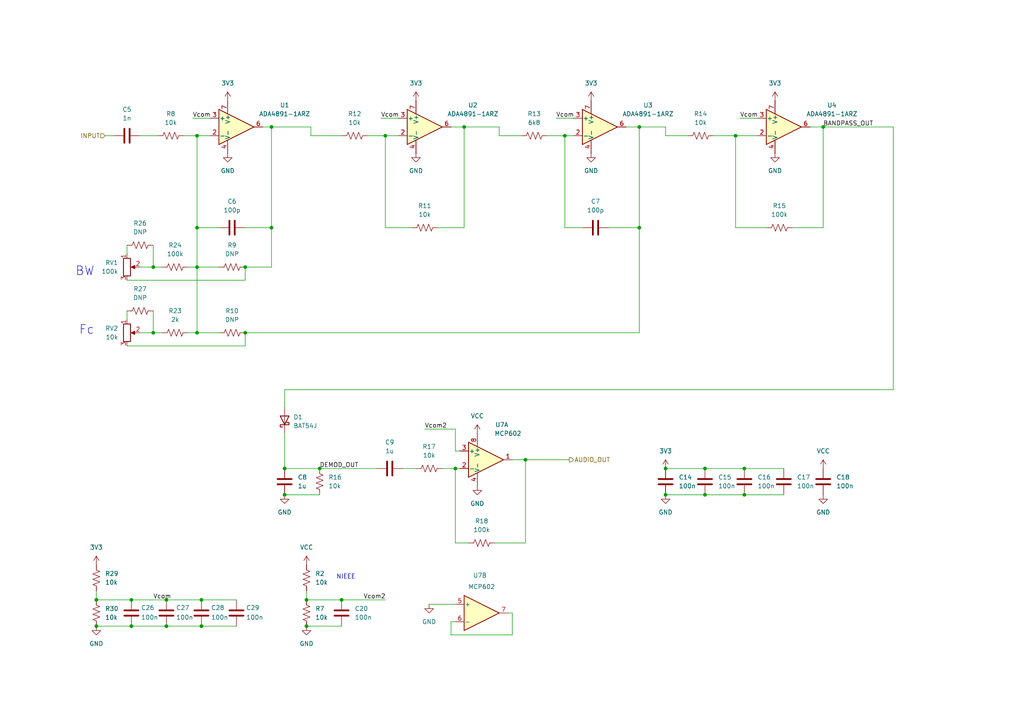
<source format=kicad_sch>
(kicad_sch (version 20231120) (generator "eeschema") (generator_version "8.0")
  (paper "A4")
  (lib_symbols
    (symbol "Amplifier_Operational:MCP602" (pin_names (offset 0.127))
      (property "Reference" "U" (at 0 5.08 0))
      (property "Value" "MCP602" (at 0 -5.08 0))
      (symbol "MCP602_1_1"
        (polyline (pts (xy -5.08 5.08) (xy 5.08 0) (xy -5.08 -5.08) (xy -5.08 5.08)) (stroke (width 0.254)) (fill (type background)))
        (pin output line (at 7.62 0 180) (length 2.54) (name "~") (number "1"))
        (pin input line (at -7.62 -2.54 0) (length 2.54) (name "-") (number "2"))
        (pin input line (at -7.62 2.54 0) (length 2.54) (name "+") (number "3"))
      )
      (symbol "MCP602_2_1"
        (polyline (pts (xy -5.08 5.08) (xy 5.08 0) (xy -5.08 -5.08) (xy -5.08 5.08)) (stroke (width 0.254)) (fill (type background)))
        (pin input line (at -7.62 2.54 0) (length 2.54) (name "+") (number "5"))
        (pin input line (at -7.62 -2.54 0) (length 2.54) (name "-") (number "6"))
        (pin output line (at 7.62 0 180) (length 2.54) (name "~") (number "7"))
      )
      (symbol "MCP602_3_1"
        (pin power_in line (at -2.54 -7.62 90) (length 3.81) (name "V-") (number "4"))
        (pin power_in line (at -2.54 7.62 270) (length 3.81) (name "V+") (number "8"))
      )
    )
    (symbol "Device:C" (pin_numbers hide) (pin_names (offset 0.254))
      (property "Reference" "C" (at 0.635 2.54 0))
      (property "Value" "C" (at 0.635 -2.54 0))
      (symbol "C_0_1"
        (polyline (pts (xy -2.032 -0.762) (xy 2.032 -0.762)) (stroke (width 0.508)))
        (polyline (pts (xy -2.032 0.762) (xy 2.032 0.762)) (stroke (width 0.508)))
      )
      (symbol "C_1_1"
        (pin passive line (at 0 3.81 270) (length 2.794) (name "~") (number "1"))
        (pin passive line (at 0 -3.81 90) (length 2.794) (name "~") (number "2"))
      )
    )
    (symbol "Device:R_Potentiometer" (pin_names (offset 1.016) hide)
      (property "Reference" "RV" (at -4.445 0 90))
      (property "Value" "R_Potentiometer" (at -2.54 0 90))
      (symbol "R_Potentiometer_0_1"
        (polyline (pts (xy 2.54 0) (xy 1.524 0)))
        (polyline (pts (xy 1.143 0) (xy 2.286 0.508) (xy 2.286 -0.508) (xy 1.143 0)) (fill (type outline)))
        (rectangle (start 1.016 2.54) (end -1.016 -2.54) (stroke (width 0.254)))
      )
      (symbol "R_Potentiometer_1_1"
        (pin passive line (at 0 3.81 270) (length 1.27) (name "1") (number "1"))
        (pin passive line (at 3.81 0 180) (length 1.27) (name "2") (number "2"))
        (pin passive line (at 0 -3.81 90) (length 1.27) (name "3") (number "3"))
      )
    )
    (symbol "Device:R_US" (pin_numbers hide) (pin_names (offset 0))
      (property "Reference" "R" (at 2.54 0 90))
      (property "Value" "R_US" (at -2.54 0 90))
      (symbol "R_US_0_1"
        (polyline (pts (xy 0 -2.286) (xy 0 -2.54)))
        (polyline (pts (xy 0 2.286) (xy 0 2.54)))
        (polyline (pts (xy 0 -0.762) (xy 1.016 -1.143) (xy 0 -1.524) (xy -1.016 -1.905) (xy 0 -2.286)))
        (polyline (pts (xy 0 0.762) (xy 1.016 0.381) (xy 0 0) (xy -1.016 -0.381) (xy 0 -0.762)))
        (polyline (pts (xy 0 2.286) (xy 1.016 1.905) (xy 0 1.524) (xy -1.016 1.143) (xy 0 0.762)))
      )
      (symbol "R_US_1_1"
        (pin passive line (at 0 3.81 270) (length 1.27) (name "~") (number "1"))
        (pin passive line (at 0 -3.81 90) (length 1.27) (name "~") (number "2"))
      )
    )
    (symbol "Diode:BAT54J" (pin_numbers hide) (pin_names (offset 1.016) hide)
      (property "Reference" "D" (at 0 2.54 0))
      (property "Value" "BAT54J" (at 0 -2.54 0))
      (symbol "BAT54J_0_1"
        (polyline (pts (xy 1.27 0) (xy -1.27 0)))
        (polyline (pts (xy 1.27 1.27) (xy 1.27 -1.27) (xy -1.27 0) (xy 1.27 1.27)) (stroke (width 0.254)))
        (polyline (pts (xy -1.905 0.635) (xy -1.905 1.27) (xy -1.27 1.27) (xy -1.27 -1.27) (xy -0.635 -1.27) (xy -0.635 -0.635)) (stroke (width 0.254)))
      )
      (symbol "BAT54J_1_1"
        (pin passive line (at -3.81 0 0) (length 2.54) (name "K") (number "1"))
        (pin passive line (at 3.81 0 180) (length 2.54) (name "A") (number "2"))
      )
    )
    (symbol "New_Library:ADA4891-1ARZ" (pin_names (offset 0.127))
      (property "Reference" "U" (at 3.81 3.81 0))
      (property "Value" "ADA4891-1ARZ" (at 11.43 -2.54 0))
      (symbol "ADA4891-1ARZ_1_1"
        (polyline (pts (xy -5.08 5.08) (xy 5.08 0) (xy -5.08 -5.08) (xy -5.08 5.08)) (stroke (width 0.254)) (fill (type background)))
        (pin input line (at -7.62 -2.54 0) (length 2.54) (name "-") (number "2"))
        (pin input line (at -7.62 2.54 0) (length 2.54) (name "+") (number "3"))
        (pin power_in line (at -2.54 -7.62 90) (length 3.81) (name "V-") (number "4"))
        (pin output line (at 7.62 0 180) (length 2.54) (name "~") (number "6"))
        (pin power_in line (at -2.54 7.62 270) (length 3.81) (name "V+") (number "7"))
      )
    )
    (symbol "power:GND" (power) (pin_numbers hide) (pin_names (offset 0) hide)
      (property "Value" "GND" (at 0 -3.81 0))
      (symbol "GND_0_1"
        (polyline (pts (xy 0 0) (xy 0 -1.27) (xy 1.27 -1.27) (xy 0 -2.54) (xy -1.27 -1.27) (xy 0 -1.27)))
      )
      (symbol "GND_1_1"
        (pin power_in line (at 0 0 270) (length 0) (name "~") (number "1"))
      )
    )
    (symbol "power:VCC" (power) (pin_numbers hide) (pin_names (offset 0) hide)
      (property "Value" "VCC" (at 0 3.556 0))
      (symbol "VCC_0_1"
        (polyline (pts (xy -0.762 1.27) (xy 0 2.54)))
        (polyline (pts (xy 0 0) (xy 0 2.54)))
        (polyline (pts (xy 0 2.54) (xy 0.762 1.27)))
      )
      (symbol "VCC_1_1"
        (pin power_in line (at 0 0 90) (length 0) (name "~") (number "1"))
      )
    )
  )
  (junction (at 215.9 135.89))
  (junction (at 71.12 96.52))
  (junction (at 58.42 181.61))
  (junction (at 57.15 39.37))
  (junction (at 58.42 173.99))
  (junction (at 215.9 143.51))
  (junction (at 82.55 143.51))
  (junction (at 48.26 181.61))
  (junction (at 71.12 77.47))
  (junction (at 132.08 135.89))
  (junction (at 99.06 173.99))
  (junction (at 44.45 96.52))
  (junction (at 111.76 39.37))
  (junction (at 238.76 36.83))
  (junction (at 193.04 135.89))
  (junction (at 88.9 173.99))
  (junction (at 204.47 135.89))
  (junction (at 213.36 39.37))
  (junction (at 57.15 77.47))
  (junction (at 78.74 66.04))
  (junction (at 38.1 181.61))
  (junction (at 88.9 181.61))
  (junction (at 193.04 143.51))
  (junction (at 185.42 66.04))
  (junction (at 78.74 36.83))
  (junction (at 204.47 143.51))
  (junction (at 134.62 36.83))
  (junction (at 57.15 96.52))
  (junction (at 27.94 173.99))
  (junction (at 38.1 173.99))
  (junction (at 163.83 39.37))
  (junction (at 152.4 133.35))
  (junction (at 82.55 135.89))
  (junction (at 185.42 36.83))
  (junction (at 48.26 173.99))
  (junction (at 57.15 66.04))
  (junction (at 44.45 77.47))
  (junction (at 27.94 181.61))
  (junction (at 92.71 135.89))
  (wire (pts (xy 36.83 71.12) (xy 36.83 73.66)))
  (wire (pts (xy 176.53 66.04) (xy 185.42 66.04)))
  (wire (pts (xy 71.12 77.47) (xy 78.74 77.47)))
  (wire (pts (xy 71.12 77.47) (xy 71.12 81.28)))
  (wire (pts (xy 30.48 39.37) (xy 33.02 39.37)))
  (wire (pts (xy 148.59 177.8) (xy 148.59 184.15)))
  (wire (pts (xy 44.45 96.52) (xy 46.99 96.52)))
  (wire (pts (xy 55.88 34.29) (xy 60.96 34.29)))
  (wire (pts (xy 152.4 157.48) (xy 152.4 133.35)))
  (wire (pts (xy 48.26 173.99) (xy 58.42 173.99)))
  (wire (pts (xy 44.45 77.47) (xy 46.99 77.47)))
  (wire (pts (xy 163.83 39.37) (xy 163.83 66.04)))
  (wire (pts (xy 185.42 66.04) (xy 185.42 96.52)))
  (wire (pts (xy 88.9 171.45) (xy 88.9 173.99)))
  (wire (pts (xy 36.83 90.17) (xy 36.83 92.71)))
  (wire (pts (xy 53.34 39.37) (xy 57.15 39.37)))
  (wire (pts (xy 123.19 124.46) (xy 132.08 124.46)))
  (wire (pts (xy 215.9 135.89) (xy 227.33 135.89)))
  (wire (pts (xy 82.55 118.11) (xy 82.55 113.03)))
  (wire (pts (xy 63.5 96.52) (xy 57.15 96.52)))
  (wire (pts (xy 57.15 39.37) (xy 60.96 39.37)))
  (wire (pts (xy 78.74 77.47) (xy 78.74 66.04)))
  (wire (pts (xy 57.15 77.47) (xy 63.5 77.47)))
  (wire (pts (xy 144.78 36.83) (xy 134.62 36.83)))
  (wire (pts (xy 185.42 66.04) (xy 185.42 36.83)))
  (wire (pts (xy 57.15 77.47) (xy 57.15 96.52)))
  (wire (pts (xy 151.13 39.37) (xy 144.78 39.37)))
  (wire (pts (xy 134.62 36.83) (xy 130.81 36.83)))
  (wire (pts (xy 130.81 184.15) (xy 130.81 180.34)))
  (wire (pts (xy 110.49 34.29) (xy 115.57 34.29)))
  (wire (pts (xy 82.55 125.73) (xy 82.55 135.89)))
  (wire (pts (xy 234.95 36.83) (xy 238.76 36.83)))
  (wire (pts (xy 229.87 66.04) (xy 238.76 66.04)))
  (wire (pts (xy 132.08 124.46) (xy 132.08 130.81)))
  (wire (pts (xy 99.06 173.99) (xy 111.76 173.99)))
  (wire (pts (xy 143.51 157.48) (xy 152.4 157.48)))
  (wire (pts (xy 82.55 135.89) (xy 92.71 135.89)))
  (wire (pts (xy 78.74 36.83) (xy 90.17 36.83)))
  (wire (pts (xy 132.08 135.89) (xy 132.08 157.48)))
  (wire (pts (xy 82.55 143.51) (xy 92.71 143.51)))
  (wire (pts (xy 54.61 77.47) (xy 57.15 77.47)))
  (wire (pts (xy 90.17 39.37) (xy 99.06 39.37)))
  (wire (pts (xy 106.68 39.37) (xy 111.76 39.37)))
  (wire (pts (xy 148.59 177.8) (xy 147.32 177.8)))
  (wire (pts (xy 204.47 135.89) (xy 215.9 135.89)))
  (wire (pts (xy 71.12 66.04) (xy 78.74 66.04)))
  (wire (pts (xy 27.94 173.99) (xy 38.1 173.99)))
  (wire (pts (xy 40.64 39.37) (xy 45.72 39.37)))
  (wire (pts (xy 88.9 173.99) (xy 99.06 173.99)))
  (wire (pts (xy 116.84 135.89) (xy 120.65 135.89)))
  (wire (pts (xy 90.17 36.83) (xy 90.17 39.37)))
  (wire (pts (xy 135.89 157.48) (xy 132.08 157.48)))
  (wire (pts (xy 215.9 143.51) (xy 227.33 143.51)))
  (wire (pts (xy 38.1 181.61) (xy 48.26 181.61)))
  (wire (pts (xy 27.94 181.61) (xy 38.1 181.61)))
  (wire (pts (xy 57.15 66.04) (xy 57.15 39.37)))
  (wire (pts (xy 238.76 36.83) (xy 238.76 66.04)))
  (wire (pts (xy 36.83 81.28) (xy 71.12 81.28)))
  (wire (pts (xy 161.29 34.29) (xy 166.37 34.29)))
  (wire (pts (xy 40.64 77.47) (xy 44.45 77.47)))
  (wire (pts (xy 193.04 143.51) (xy 204.47 143.51)))
  (wire (pts (xy 58.42 173.99) (xy 68.58 173.99)))
  (wire (pts (xy 185.42 96.52) (xy 71.12 96.52)))
  (wire (pts (xy 124.46 175.26) (xy 132.08 175.26)))
  (wire (pts (xy 168.91 66.04) (xy 163.83 66.04)))
  (wire (pts (xy 144.78 39.37) (xy 144.78 36.83)))
  (wire (pts (xy 214.63 34.29) (xy 219.71 34.29)))
  (wire (pts (xy 36.83 100.33) (xy 71.12 100.33)))
  (wire (pts (xy 44.45 71.12) (xy 44.45 77.47)))
  (wire (pts (xy 199.39 39.37) (xy 193.04 39.37)))
  (wire (pts (xy 44.45 90.17) (xy 44.45 96.52)))
  (wire (pts (xy 27.94 171.45) (xy 27.94 173.99)))
  (wire (pts (xy 82.55 113.03) (xy 259.08 113.03)))
  (wire (pts (xy 238.76 36.83) (xy 259.08 36.83)))
  (wire (pts (xy 134.62 66.04) (xy 134.62 36.83)))
  (wire (pts (xy 185.42 36.83) (xy 181.61 36.83)))
  (wire (pts (xy 163.83 39.37) (xy 166.37 39.37)))
  (wire (pts (xy 132.08 130.81) (xy 133.35 130.81)))
  (wire (pts (xy 58.42 181.61) (xy 68.58 181.61)))
  (wire (pts (xy 78.74 66.04) (xy 78.74 36.83)))
  (wire (pts (xy 111.76 39.37) (xy 111.76 66.04)))
  (wire (pts (xy 127 66.04) (xy 134.62 66.04)))
  (wire (pts (xy 148.59 184.15) (xy 130.81 184.15)))
  (wire (pts (xy 152.4 133.35) (xy 148.59 133.35)))
  (wire (pts (xy 204.47 143.51) (xy 215.9 143.51)))
  (wire (pts (xy 78.74 36.83) (xy 76.2 36.83)))
  (wire (pts (xy 57.15 77.47) (xy 57.15 66.04)))
  (wire (pts (xy 88.9 181.61) (xy 99.06 181.61)))
  (wire (pts (xy 38.1 173.99) (xy 48.26 173.99)))
  (wire (pts (xy 57.15 66.04) (xy 63.5 66.04)))
  (wire (pts (xy 259.08 36.83) (xy 259.08 113.03)))
  (wire (pts (xy 213.36 39.37) (xy 219.71 39.37)))
  (wire (pts (xy 132.08 135.89) (xy 133.35 135.89)))
  (wire (pts (xy 207.01 39.37) (xy 213.36 39.37)))
  (wire (pts (xy 193.04 39.37) (xy 193.04 36.83)))
  (wire (pts (xy 222.25 66.04) (xy 213.36 66.04)))
  (wire (pts (xy 130.81 180.34) (xy 132.08 180.34)))
  (wire (pts (xy 158.75 39.37) (xy 163.83 39.37)))
  (wire (pts (xy 111.76 39.37) (xy 115.57 39.37)))
  (wire (pts (xy 193.04 36.83) (xy 185.42 36.83)))
  (wire (pts (xy 71.12 100.33) (xy 71.12 96.52)))
  (wire (pts (xy 193.04 135.89) (xy 204.47 135.89)))
  (wire (pts (xy 128.27 135.89) (xy 132.08 135.89)))
  (wire (pts (xy 40.64 96.52) (xy 44.45 96.52)))
  (wire (pts (xy 92.71 135.89) (xy 109.22 135.89)))
  (wire (pts (xy 111.76 66.04) (xy 119.38 66.04)))
  (wire (pts (xy 213.36 66.04) (xy 213.36 39.37)))
  (wire (pts (xy 48.26 181.61) (xy 58.42 181.61)))
  (wire (pts (xy 152.4 133.35) (xy 165.1 133.35)))
  (wire (pts (xy 54.61 96.52) (xy 57.15 96.52)))
  (text "BW" (at 24.638 78.74 0) (effects (font (size 2.54 2.54))))
  (text "Fc" (at 25.146 95.758 0) (effects (font (size 2.54 2.54))))
  (text "NIEEE" (at 100.33 167.386 0) (effects (font (size 1.27 1.27))))
  (label "Vcom" (at 161.29 34.29 0))
  (label "BANDPASS_OUT" (at 238.76 36.83 0))
  (label "Vcom2" (at 105.41 173.99 0))
  (label "Vcom" (at 44.45 173.99 0))
  (label "Vcom" (at 55.88 34.29 0))
  (label "Vcom" (at 110.49 34.29 0))
  (label "DEMOD_OUT" (at 92.71 135.89 0))
  (label "Vcom" (at 214.63 34.29 0))
  (label "Vcom2" (at 123.19 124.46 0))
  (hierarchical_label "AUDIO_OUT" (shape output) (at 165.1 133.35 0))
  (hierarchical_label "INPUT" (shape input) (at 30.48 39.37 180))
  (symbol (lib_id "power:GND") (at 238.76 143.51 0) (unit 1)
    (property "Reference" "#PWR043" (effects (hide yes)))
    (property "Value" "GND" (at 238.76 148.59 0))
    (property "Description" "Power symbol creates a global label with name \"GND\" , ground" (effects (hide yes)))
  )
  (symbol (lib_id "Device:C") (at 113.03 135.89 90) (unit 1)
    (property "Reference" "C9" (at 113.03 128.27 90))
    (property "Value" "1u" (at 113.03 130.81 90))
    (property "Footprint" "Capacitor_SMD:C_0603_1608Metric_Pad1.08x0.95mm_HandSolder" (effects (hide yes)))
    (property "Description" "Unpolarized capacitor" (effects (hide yes)))
  )
  (symbol (lib_id "Device:R_US") (at 226.06 66.04 90) (unit 1)
    (property "Reference" "R15" (at 226.06 59.69 90))
    (property "Value" "100k" (at 226.06 62.23 90))
    (property "Footprint" "Resistor_SMD:R_0603_1608Metric_Pad0.98x0.95mm_HandSolder" (effects (hide yes)))
    (property "Description" "Resistor, US symbol" (effects (hide yes)))
  )
  (symbol (lib_id "power:VCC") (at 138.43 125.73 0) (unit 1)
    (property "Reference" "#PWR023" (effects (hide yes)))
    (property "Value" "VCC" (at 138.43 120.65 0))
    (property "Description" "Power symbol creates a global label with name \"VCC\"" (effects (hide yes)))
  )
  (symbol (lib_id "Device:R_US") (at 154.94 39.37 90) (unit 1)
    (property "Reference" "R13" (at 154.94 33.02 90))
    (property "Value" "6k8" (at 154.94 35.56 90))
    (property "Footprint" "Resistor_SMD:R_0603_1608Metric_Pad0.98x0.95mm_HandSolder" (effects (hide yes)))
    (property "Description" "Resistor, US symbol" (effects (hide yes)))
  )
  (symbol (lib_id "power:VCC") (at 171.45 29.21 0) (unit 1)
    (property "Reference" "#PWR021" (effects (hide yes)))
    (property "Value" "3V3" (at 171.45 24.13 0))
    (property "Description" "Power symbol creates a global label with name \"VCC\"" (effects (hide yes)))
  )
  (symbol (lib_id "power:VCC") (at 66.04 29.21 0) (unit 1)
    (property "Reference" "#PWR019" (effects (hide yes)))
    (property "Value" "3V3" (at 66.04 24.13 0))
    (property "Description" "Power symbol creates a global label with name \"VCC\"" (effects (hide yes)))
  )
  (symbol (lib_id "Device:C") (at 172.72 66.04 90) (unit 1)
    (property "Reference" "C7" (at 172.72 58.42 90))
    (property "Value" "100p" (at 172.72 60.96 90))
    (property "Footprint" "Capacitor_SMD:C_0603_1608Metric_Pad1.08x0.95mm_HandSolder" (effects (hide yes)))
    (property "Description" "Unpolarized capacitor" (effects (hide yes)))
  )
  (symbol (lib_id "New_Library:ADA4891-1ARZ") (at 68.58 36.83 0) (unit 1)
    (property "Reference" "U1" (at 82.55 30.5114 0))
    (property "Value" "ADA4891-1ARZ" (at 82.55 33.0514 0))
    (property "Footprint" "Package_SO:SOIC-8_3.9x4.9mm_P1.27mm" (effects (hide yes)))
    (property "Datasheet" "https://www.tme.eu/Document/ffb5fb83dd5d7a005b002c184a70dd92/ADA4891-1-2-3-4.pdf" (effects (hide yes)))
    (property "Description" "Low Cost CMOS, High Speed, Rail-to-Rail Amplifier, Ch1, SOIC-8" (effects (hide yes)))
  )
  (symbol (lib_id "Device:R_US") (at 49.53 39.37 90) (unit 1)
    (property "Reference" "R8" (at 49.53 33.02 90))
    (property "Value" "10k" (at 49.53 35.56 90))
    (property "Footprint" "Resistor_SMD:R_0603_1608Metric_Pad0.98x0.95mm_HandSolder" (effects (hide yes)))
    (property "Description" "Resistor, US symbol" (effects (hide yes)))
  )
  (symbol (lib_id "Device:C") (at 68.58 177.8 180) (unit 1)
    (property "Reference" "C29" (at 71.374 176.276 0) (effects (justify right)))
    (property "Value" "100n" (at 71.374 179.07 0) (effects (justify right)))
    (property "Footprint" "Capacitor_SMD:C_0603_1608Metric_Pad1.08x0.95mm_HandSolder" (effects (hide yes)))
    (property "Description" "Unpolarized capacitor" (effects (hide yes)))
  )
  (symbol (lib_id "Device:R_US") (at 124.46 135.89 90) (unit 1)
    (property "Reference" "R17" (at 124.46 129.54 90))
    (property "Value" "10k" (at 124.46 132.08 90))
    (property "Footprint" "Resistor_SMD:R_0603_1608Metric_Pad0.98x0.95mm_HandSolder" (effects (hide yes)))
    (property "Description" "Resistor, US symbol" (effects (hide yes)))
  )
  (symbol (lib_id "Device:C") (at 58.42 177.8 180) (unit 1)
    (property "Reference" "C28" (at 61.214 176.276 0) (effects (justify right)))
    (property "Value" "100n" (at 61.214 179.07 0) (effects (justify right)))
    (property "Footprint" "Capacitor_SMD:C_0603_1608Metric_Pad1.08x0.95mm_HandSolder" (effects (hide yes)))
    (property "Description" "Unpolarized capacitor" (effects (hide yes)))
  )
  (symbol (lib_id "Amplifier_Operational:MCP602") (at 139.7 177.8 0) (unit 2)
    (property "Reference" "U7" (at 139.192 166.878 0))
    (property "Value" "MCP602" (at 139.7 170.18 0))
    (property "Footprint" "Package_SO:SOIC-8_3.9x4.9mm_P1.27mm" (effects (hide yes)))
    (property "Datasheet" "http://ww1.microchip.com/downloads/en/DeviceDoc/21314g.pdf" (effects (hide yes)))
    (property "Description" "Dual 2.7V to 6.0V Single Supply CMOS Op Amps, DIP-8/SOIC-8/TSSOP-8" (effects (hide yes)))
  )
  (symbol (lib_id "power:VCC") (at 27.94 163.83 0) (unit 1)
    (property "Reference" "#PWR044" (effects (hide yes)))
    (property "Value" "3V3" (at 27.94 158.75 0))
    (property "Description" "Power symbol creates a global label with name \"VCC\"" (effects (hide yes)))
  )
  (symbol (lib_id "Device:C") (at 48.26 177.8 180) (unit 1)
    (property "Reference" "C27" (at 51.054 176.276 0) (effects (justify right)))
    (property "Value" "100n" (at 51.054 179.07 0) (effects (justify right)))
    (property "Footprint" "Capacitor_SMD:C_0603_1608Metric_Pad1.08x0.95mm_HandSolder" (effects (hide yes)))
    (property "Description" "Unpolarized capacitor" (effects (hide yes)))
  )
  (symbol (lib_id "Device:R_US") (at 102.87 39.37 90) (unit 1)
    (property "Reference" "R12" (at 102.87 33.02 90))
    (property "Value" "10k" (at 102.87 35.56 90))
    (property "Footprint" "Resistor_SMD:R_0603_1608Metric_Pad0.98x0.95mm_HandSolder" (effects (hide yes)))
    (property "Description" "Resistor, US symbol" (effects (hide yes)))
  )
  (symbol (lib_id "New_Library:ADA4891-1ARZ") (at 173.99 36.83 0) (unit 1)
    (property "Reference" "U3" (at 187.96 30.5114 0))
    (property "Value" "ADA4891-1ARZ" (at 187.96 33.0514 0))
    (property "Footprint" "Package_SO:SOIC-8_3.9x4.9mm_P1.27mm" (effects (hide yes)))
    (property "Datasheet" "https://www.tme.eu/Document/ffb5fb83dd5d7a005b002c184a70dd92/ADA4891-1-2-3-4.pdf" (effects (hide yes)))
    (property "Description" "Low Cost CMOS, High Speed, Rail-to-Rail Amplifier, Ch1, SOIC-8" (effects (hide yes)))
  )
  (symbol (lib_id "Device:R_US") (at 27.94 167.64 180) (unit 1)
    (property "Reference" "R29" (at 30.48 166.3699 0) (effects (justify right)))
    (property "Value" "10k" (at 30.48 168.9099 0) (effects (justify right)))
    (property "Footprint" "Resistor_SMD:R_0603_1608Metric_Pad0.98x0.95mm_HandSolder" (effects (hide yes)))
    (property "Description" "Resistor, US symbol" (effects (hide yes)))
  )
  (symbol (lib_id "Amplifier_Operational:MCP602") (at 140.97 133.35 0) (unit 3)
    (property "Reference" "U7" (effects (hide yes)))
    (property "Value" "MCP602" (effects (hide yes)))
    (property "Footprint" "Package_SO:SOIC-8_3.9x4.9mm_P1.27mm" (effects (hide yes)))
    (property "Datasheet" "http://ww1.microchip.com/downloads/en/DeviceDoc/21314g.pdf" (effects (hide yes)))
    (property "Description" "Dual 2.7V to 6.0V Single Supply CMOS Op Amps, DIP-8/SOIC-8/TSSOP-8" (effects (hide yes)))
  )
  (symbol (lib_id "power:GND") (at 66.04 44.45 0) (unit 1)
    (property "Reference" "#PWR07" (effects (hide yes)))
    (property "Value" "GND" (at 66.04 49.53 0))
    (property "Description" "Power symbol creates a global label with name \"GND\" , ground" (effects (hide yes)))
  )
  (symbol (lib_id "Device:R_US") (at 50.8 77.47 90) (unit 1)
    (property "Reference" "R24" (at 50.8 71.12 90))
    (property "Value" "100k" (at 50.8 73.66 90))
    (property "Footprint" "Resistor_SMD:R_0603_1608Metric_Pad0.98x0.95mm_HandSolder" (effects (hide yes)))
    (property "Description" "Resistor, US symbol" (effects (hide yes)))
  )
  (symbol (lib_id "New_Library:ADA4891-1ARZ") (at 227.33 36.83 0) (unit 1)
    (property "Reference" "U4" (at 241.3 30.5114 0))
    (property "Value" "ADA4891-1ARZ" (at 241.3 33.0514 0))
    (property "Footprint" "Package_SO:SOIC-8_3.9x4.9mm_P1.27mm" (effects (hide yes)))
    (property "Datasheet" "https://www.tme.eu/Document/ffb5fb83dd5d7a005b002c184a70dd92/ADA4891-1-2-3-4.pdf" (effects (hide yes)))
    (property "Description" "Low Cost CMOS, High Speed, Rail-to-Rail Amplifier, Ch1, SOIC-8" (effects (hide yes)))
  )
  (symbol (lib_id "power:GND") (at 120.65 44.45 0) (unit 1)
    (property "Reference" "#PWR08" (effects (hide yes)))
    (property "Value" "GND" (at 120.65 49.53 0))
    (property "Description" "Power symbol creates a global label with name \"GND\" , ground" (effects (hide yes)))
  )
  (symbol (lib_id "power:VCC") (at 120.65 29.21 0) (unit 1)
    (property "Reference" "#PWR020" (effects (hide yes)))
    (property "Value" "3V3" (at 120.65 24.13 0))
    (property "Description" "Power symbol creates a global label with name \"VCC\"" (effects (hide yes)))
  )
  (symbol (lib_id "Device:R_US") (at 27.94 177.8 180) (unit 1)
    (property "Reference" "R30" (at 30.48 176.5299 0) (effects (justify right)))
    (property "Value" "10k" (at 30.48 179.0699 0) (effects (justify right)))
    (property "Footprint" "Resistor_SMD:R_0603_1608Metric_Pad0.98x0.95mm_HandSolder" (effects (hide yes)))
    (property "Description" "Resistor, US symbol" (effects (hide yes)))
  )
  (symbol (lib_id "power:VCC") (at 224.79 29.21 0) (unit 1)
    (property "Reference" "#PWR022" (effects (hide yes)))
    (property "Value" "3V3" (at 224.79 24.13 0))
    (property "Description" "Power symbol creates a global label with name \"VCC\"" (effects (hide yes)))
  )
  (symbol (lib_id "power:GND") (at 88.9 181.61 0) (unit 1)
    (property "Reference" "#PWR031" (effects (hide yes)))
    (property "Value" "GND" (at 88.9 186.69 0))
    (property "Description" "Power symbol creates a global label with name \"GND\" , ground" (effects (hide yes)))
  )
  (symbol (lib_id "power:VCC") (at 193.04 135.89 0) (unit 1)
    (property "Reference" "#PWR024" (effects (hide yes)))
    (property "Value" "3V3" (at 193.04 130.81 0))
    (property "Description" "Power symbol creates a global label with name \"VCC\"" (effects (hide yes)))
  )
  (symbol (lib_id "power:GND") (at 171.45 44.45 0) (unit 1)
    (property "Reference" "#PWR09" (effects (hide yes)))
    (property "Value" "GND" (at 171.45 49.53 0))
    (property "Description" "Power symbol creates a global label with name \"GND\" , ground" (effects (hide yes)))
  )
  (symbol (lib_id "Device:R_US") (at 67.31 96.52 90) (unit 1)
    (property "Reference" "R10" (at 67.31 90.17 90))
    (property "Value" "DNP" (at 67.31 92.71 90))
    (property "Footprint" "Resistor_SMD:R_0603_1608Metric_Pad0.98x0.95mm_HandSolder" (effects (hide yes)))
    (property "Description" "Resistor, US symbol" (effects (hide yes)))
  )
  (symbol (lib_id "Device:C") (at 99.06 177.8 180) (unit 1)
    (property "Reference" "C20" (at 102.87 176.5299 0) (effects (justify right)))
    (property "Value" "100n" (at 102.87 179.0699 0) (effects (justify right)))
    (property "Footprint" "Capacitor_SMD:C_0603_1608Metric_Pad1.08x0.95mm_HandSolder" (effects (hide yes)))
    (property "Description" "Unpolarized capacitor" (effects (hide yes)))
  )
  (symbol (lib_id "Device:R_US") (at 92.71 139.7 180) (unit 1)
    (property "Reference" "R16" (at 95.25 138.4299 0) (effects (justify right)))
    (property "Value" "10k" (at 95.25 140.9699 0) (effects (justify right)))
    (property "Footprint" "Resistor_SMD:R_0603_1608Metric_Pad0.98x0.95mm_HandSolder" (effects (hide yes)))
    (property "Description" "Resistor, US symbol" (effects (hide yes)))
  )
  (symbol (lib_id "Device:C") (at 238.76 139.7 180) (unit 1)
    (property "Reference" "C18" (at 242.57 138.4299 0) (effects (justify right)))
    (property "Value" "100n" (at 242.57 140.9699 0) (effects (justify right)))
    (property "Footprint" "Capacitor_SMD:C_0603_1608Metric_Pad1.08x0.95mm_HandSolder" (effects (hide yes)))
    (property "Description" "Unpolarized capacitor" (effects (hide yes)))
  )
  (symbol (lib_id "Device:C") (at 67.31 66.04 90) (unit 1)
    (property "Reference" "C6" (at 67.31 58.42 90))
    (property "Value" "100p" (at 67.31 60.96 90))
    (property "Footprint" "Capacitor_SMD:C_0603_1608Metric_Pad1.08x0.95mm_HandSolder" (effects (hide yes)))
    (property "Description" "Unpolarized capacitor" (effects (hide yes)))
  )
  (symbol (lib_id "Device:C") (at 227.33 139.7 180) (unit 1)
    (property "Reference" "C17" (at 231.14 138.4299 0) (effects (justify right)))
    (property "Value" "100n" (at 231.14 140.9699 0) (effects (justify right)))
    (property "Footprint" "Capacitor_SMD:C_0603_1608Metric_Pad1.08x0.95mm_HandSolder" (effects (hide yes)))
    (property "Description" "Unpolarized capacitor" (effects (hide yes)))
  )
  (symbol (lib_id "power:VCC") (at 238.76 135.89 0) (unit 1)
    (property "Reference" "#PWR042" (effects (hide yes)))
    (property "Value" "VCC" (at 238.76 130.81 0))
    (property "Description" "Power symbol creates a global label with name \"VCC\"" (effects (hide yes)))
  )
  (symbol (lib_id "power:VCC") (at 88.9 163.83 0) (unit 1)
    (property "Reference" "#PWR032" (effects (hide yes)))
    (property "Value" "VCC" (at 88.9 158.75 0))
    (property "Description" "Power symbol creates a global label with name \"VCC\"" (effects (hide yes)))
  )
  (symbol (lib_id "Diode:BAT54J") (at 82.55 121.92 90) (unit 1)
    (property "Reference" "D1" (at 85.09 120.9674 90) (effects (justify right)))
    (property "Value" "BAT54J" (at 85.09 123.5074 90) (effects (justify right)))
    (property "Footprint" "Diode_SMD:D_SOD-323F" (effects (hide yes)))
    (property "Datasheet" "https://assets.nexperia.com/documents/data-sheet/BAT54J.pdf" (effects (hide yes)))
    (property "Description" "30V 200mA Schottky diode, SOD-323F" (effects (hide yes)))
  )
  (symbol (lib_id "power:GND") (at 224.79 44.45 0) (unit 1)
    (property "Reference" "#PWR010" (effects (hide yes)))
    (property "Value" "GND" (at 224.79 49.53 0))
    (property "Description" "Power symbol creates a global label with name \"GND\" , ground" (effects (hide yes)))
  )
  (symbol (lib_id "Device:C") (at 82.55 139.7 180) (unit 1)
    (property "Reference" "C8" (at 86.36 138.4299 0) (effects (justify right)))
    (property "Value" "1u" (at 86.36 140.9699 0) (effects (justify right)))
    (property "Footprint" "Capacitor_SMD:C_0603_1608Metric_Pad1.08x0.95mm_HandSolder" (effects (hide yes)))
    (property "Description" "Unpolarized capacitor" (effects (hide yes)))
  )
  (symbol (lib_id "Device:R_US") (at 67.31 77.47 90) (unit 1)
    (property "Reference" "R9" (at 67.31 71.12 90))
    (property "Value" "DNP" (at 67.31 73.66 90))
    (property "Footprint" "Resistor_SMD:R_0603_1608Metric_Pad0.98x0.95mm_HandSolder" (effects (hide yes)))
    (property "Description" "Resistor, US symbol" (effects (hide yes)))
  )
  (symbol (lib_id "power:GND") (at 82.55 143.51 0) (unit 1)
    (property "Reference" "#PWR011" (effects (hide yes)))
    (property "Value" "GND" (at 82.55 148.59 0))
    (property "Description" "Power symbol creates a global label with name \"GND\" , ground" (effects (hide yes)))
  )
  (symbol (lib_id "Device:C") (at 38.1 177.8 180) (unit 1)
    (property "Reference" "C26" (at 40.894 176.276 0) (effects (justify right)))
    (property "Value" "100n" (at 40.894 179.07 0) (effects (justify right)))
    (property "Footprint" "Capacitor_SMD:C_0603_1608Metric_Pad1.08x0.95mm_HandSolder" (effects (hide yes)))
    (property "Description" "Unpolarized capacitor" (effects (hide yes)))
  )
  (symbol (lib_id "Device:R_US") (at 123.19 66.04 90) (unit 1)
    (property "Reference" "R11" (at 123.19 59.69 90))
    (property "Value" "10k" (at 123.19 62.23 90))
    (property "Footprint" "Resistor_SMD:R_0603_1608Metric_Pad0.98x0.95mm_HandSolder" (effects (hide yes)))
    (property "Description" "Resistor, US symbol" (effects (hide yes)))
  )
  (symbol (lib_id "Device:C") (at 204.47 139.7 180) (unit 1)
    (property "Reference" "C15" (at 208.28 138.4299 0) (effects (justify right)))
    (property "Value" "100n" (at 208.28 140.9699 0) (effects (justify right)))
    (property "Footprint" "Capacitor_SMD:C_0603_1608Metric_Pad1.08x0.95mm_HandSolder" (effects (hide yes)))
    (property "Description" "Unpolarized capacitor" (effects (hide yes)))
  )
  (symbol (lib_id "Device:R_Potentiometer") (at 36.83 96.52 0) (unit 1)
    (property "Reference" "RV2" (at 34.29 95.2499 0) (effects (justify right)))
    (property "Value" "10k" (at 34.29 97.7899 0) (effects (justify right)))
    (property "Footprint" "Potentiometer_THT:Potentiometer_Alps_RK163_Single_Horizontal" (effects (hide yes)))
    (property "Description" "Potentiometer" (effects (hide yes)))
  )
  (symbol (lib_id "Device:C") (at 193.04 139.7 180) (unit 1)
    (property "Reference" "C14" (at 196.85 138.4299 0) (effects (justify right)))
    (property "Value" "100n" (at 196.85 140.9699 0) (effects (justify right)))
    (property "Footprint" "Capacitor_SMD:C_0603_1608Metric_Pad1.08x0.95mm_HandSolder" (effects (hide yes)))
    (property "Description" "Unpolarized capacitor" (effects (hide yes)))
  )
  (symbol (lib_id "Device:R_US") (at 40.64 90.17 90) (unit 1)
    (property "Reference" "R27" (at 40.64 83.82 90))
    (property "Value" "DNP" (at 40.64 86.36 90))
    (property "Footprint" "Resistor_SMD:R_0603_1608Metric_Pad0.98x0.95mm_HandSolder" (effects (hide yes)))
    (property "Description" "Resistor, US symbol" (effects (hide yes)))
  )
  (symbol (lib_id "Device:R_Potentiometer") (at 36.83 77.47 0) (unit 1)
    (property "Reference" "RV1" (at 34.29 76.1999 0) (effects (justify right)))
    (property "Value" "100k" (at 34.29 78.7399 0) (effects (justify right)))
    (property "Footprint" "Potentiometer_THT:Potentiometer_Alps_RK163_Single_Horizontal" (effects (hide yes)))
    (property "Description" "Potentiometer" (effects (hide yes)))
  )
  (symbol (lib_id "power:GND") (at 193.04 143.51 0) (unit 1)
    (property "Reference" "#PWR025" (effects (hide yes)))
    (property "Value" "GND" (at 193.04 148.59 0))
    (property "Description" "Power symbol creates a global label with name \"GND\" , ground" (effects (hide yes)))
  )
  (symbol (lib_id "Amplifier_Operational:MCP602") (at 140.97 133.35 0) (unit 1)
    (property "Reference" "U7" (at 145.542 123.19 0))
    (property "Value" "MCP602" (at 147.32 125.73 0))
    (property "Footprint" "Package_SO:SOIC-8_3.9x4.9mm_P1.27mm" (effects (hide yes)))
    (property "Datasheet" "http://ww1.microchip.com/downloads/en/DeviceDoc/21314g.pdf" (effects (hide yes)))
    (property "Description" "Dual 2.7V to 6.0V Single Supply CMOS Op Amps, DIP-8/SOIC-8/TSSOP-8" (effects (hide yes)))
  )
  (symbol (lib_id "Device:C") (at 36.83 39.37 90) (unit 1)
    (property "Reference" "C5" (at 36.83 31.75 90))
    (property "Value" "1n" (at 36.83 34.29 90))
    (property "Footprint" "Capacitor_SMD:C_0603_1608Metric_Pad1.08x0.95mm_HandSolder" (effects (hide yes)))
    (property "Description" "Unpolarized capacitor" (effects (hide yes)))
  )
  (symbol (lib_id "Device:R_US") (at 88.9 177.8 180) (unit 1)
    (property "Reference" "R7" (at 91.44 176.5299 0) (effects (justify right)))
    (property "Value" "10k" (at 91.44 179.0699 0) (effects (justify right)))
    (property "Footprint" "Resistor_SMD:R_0603_1608Metric_Pad0.98x0.95mm_HandSolder" (effects (hide yes)))
    (property "Description" "Resistor, US symbol" (effects (hide yes)))
  )
  (symbol (lib_id "Device:R_US") (at 203.2 39.37 90) (unit 1)
    (property "Reference" "R14" (at 203.2 33.02 90))
    (property "Value" "10k" (at 203.2 35.56 90))
    (property "Footprint" "Resistor_SMD:R_0603_1608Metric_Pad0.98x0.95mm_HandSolder" (effects (hide yes)))
    (property "Description" "Resistor, US symbol" (effects (hide yes)))
  )
  (symbol (lib_id "Device:R_US") (at 139.7 157.48 90) (unit 1)
    (property "Reference" "R18" (at 139.7 151.13 90))
    (property "Value" "100k" (at 139.7 153.67 90))
    (property "Footprint" "Resistor_SMD:R_0603_1608Metric_Pad0.98x0.95mm_HandSolder" (effects (hide yes)))
    (property "Description" "Resistor, US symbol" (effects (hide yes)))
  )
  (symbol (lib_id "Device:R_US") (at 88.9 167.64 180) (unit 1)
    (property "Reference" "R2" (at 91.44 166.3699 0) (effects (justify right)))
    (property "Value" "10k" (at 91.44 168.9099 0) (effects (justify right)))
    (property "Footprint" "Resistor_SMD:R_0603_1608Metric_Pad0.98x0.95mm_HandSolder" (effects (hide yes)))
    (property "Description" "Resistor, US symbol" (effects (hide yes)))
  )
  (symbol (lib_id "power:GND") (at 124.46 175.26 0) (unit 1)
    (property "Reference" "#PWR012" (effects (hide yes)))
    (property "Value" "GND" (at 124.46 180.34 0))
    (property "Description" "Power symbol creates a global label with name \"GND\" , ground" (effects (hide yes)))
  )
  (symbol (lib_id "Device:R_US") (at 40.64 71.12 90) (unit 1)
    (property "Reference" "R26" (at 40.64 64.77 90))
    (property "Value" "DNP" (at 40.64 67.31 90))
    (property "Footprint" "Resistor_SMD:R_0603_1608Metric_Pad0.98x0.95mm_HandSolder" (effects (hide yes)))
    (property "Description" "Resistor, US symbol" (effects (hide yes)))
  )
  (symbol (lib_id "power:GND") (at 138.43 140.97 0) (unit 1)
    (property "Reference" "#PWR013" (effects (hide yes)))
    (property "Value" "GND" (at 138.43 146.05 0))
    (property "Description" "Power symbol creates a global label with name \"GND\" , ground" (effects (hide yes)))
  )
  (symbol (lib_id "power:GND") (at 27.94 181.61 0) (unit 1)
    (property "Reference" "#PWR045" (effects (hide yes)))
    (property "Value" "GND" (at 27.94 186.69 0))
    (property "Description" "Power symbol creates a global label with name \"GND\" , ground" (effects (hide yes)))
  )
  (symbol (lib_id "New_Library:ADA4891-1ARZ") (at 123.19 36.83 0) (unit 1)
    (property "Reference" "U2" (at 137.16 30.5114 0))
    (property "Value" "ADA4891-1ARZ" (at 137.16 33.0514 0))
    (property "Footprint" "Package_SO:SOIC-8_3.9x4.9mm_P1.27mm" (effects (hide yes)))
    (property "Datasheet" "https://www.tme.eu/Document/ffb5fb83dd5d7a005b002c184a70dd92/ADA4891-1-2-3-4.pdf" (effects (hide yes)))
    (property "Description" "Low Cost CMOS, High Speed, Rail-to-Rail Amplifier, Ch1, SOIC-8" (effects (hide yes)))
  )
  (symbol (lib_id "Device:R_US") (at 50.8 96.52 90) (unit 1)
    (property "Reference" "R23" (at 50.8 90.17 90))
    (property "Value" "2k" (at 50.8 92.71 90))
    (property "Footprint" "Resistor_SMD:R_0603_1608Metric_Pad0.98x0.95mm_HandSolder" (effects (hide yes)))
    (property "Description" "Resistor, US symbol" (effects (hide yes)))
  )
  (symbol (lib_id "Device:C") (at 215.9 139.7 180) (unit 1)
    (property "Reference" "C16" (at 219.71 138.4299 0) (effects (justify right)))
    (property "Value" "100n" (at 219.71 140.9699 0) (effects (justify right)))
    (property "Footprint" "Capacitor_SMD:C_0603_1608Metric_Pad1.08x0.95mm_HandSolder" (effects (hide yes)))
    (property "Description" "Unpolarized capacitor" (effects (hide yes)))
  )
)
</source>
